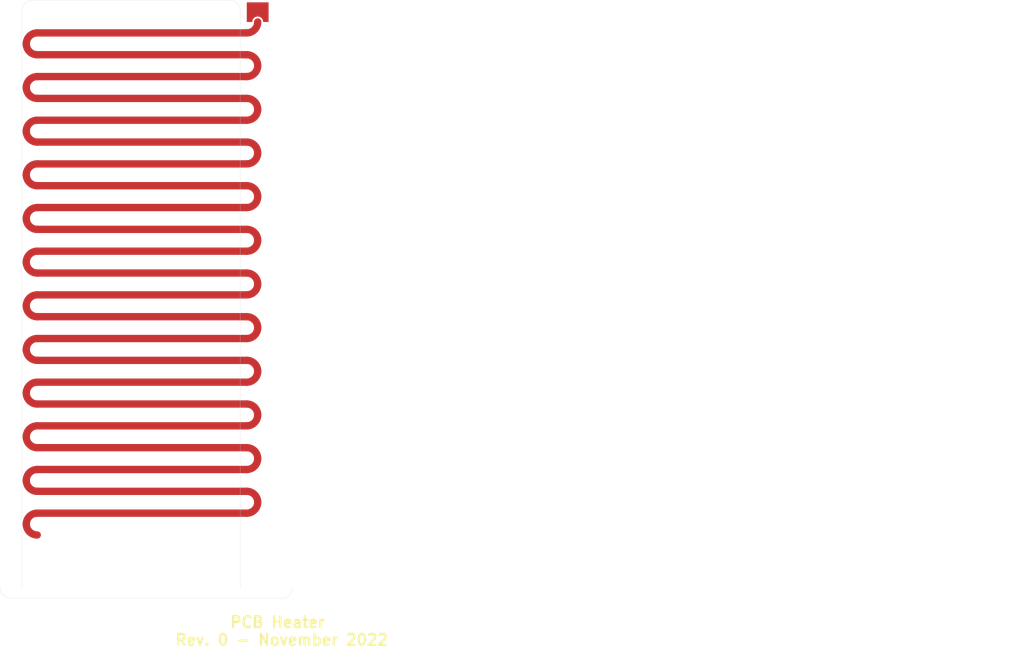
<source format=kicad_pcb>
(kicad_pcb (version 20211014) (generator pcbnew)

  (general
    (thickness 1.6)
  )

  (paper "A2")
  (layers
    (0 "F.Cu" signal)
    (31 "B.Cu" signal)
    (32 "B.Adhes" user "B.Adhesive")
    (33 "F.Adhes" user "F.Adhesive")
    (34 "B.Paste" user)
    (35 "F.Paste" user)
    (36 "B.SilkS" user "B.Silkscreen")
    (37 "F.SilkS" user "F.Silkscreen")
    (38 "B.Mask" user)
    (39 "F.Mask" user)
    (40 "Dwgs.User" user "User.Drawings")
    (41 "Cmts.User" user "User.Comments")
    (42 "Eco1.User" user "User.Eco1")
    (43 "Eco2.User" user "User.Eco2")
    (44 "Edge.Cuts" user)
    (45 "Margin" user)
    (46 "B.CrtYd" user "B.Courtyard")
    (47 "F.CrtYd" user "F.Courtyard")
    (48 "B.Fab" user)
    (49 "F.Fab" user)
    (50 "User.1" user)
    (51 "User.2" user)
    (52 "User.3" user)
    (53 "User.4" user)
    (54 "User.5" user)
    (55 "User.6" user)
    (56 "User.7" user)
    (57 "User.8" user)
    (58 "User.9" user)
  )

  (setup
    (stackup
      (layer "F.SilkS" (type "Top Silk Screen"))
      (layer "F.Paste" (type "Top Solder Paste"))
      (layer "F.Mask" (type "Top Solder Mask") (thickness 0.01))
      (layer "F.Cu" (type "copper") (thickness 0.035))
      (layer "dielectric 1" (type "core") (thickness 1.51) (material "FR4") (epsilon_r 4.5) (loss_tangent 0.02))
      (layer "B.Cu" (type "copper") (thickness 0.035))
      (layer "B.Mask" (type "Bottom Solder Mask") (thickness 0.01))
      (layer "B.Paste" (type "Bottom Solder Paste"))
      (layer "B.SilkS" (type "Bottom Silk Screen"))
      (copper_finish "None")
      (dielectric_constraints no)
    )
    (pad_to_mask_clearance 0)
    (grid_origin 111.75 67)
    (pcbplotparams
      (layerselection 0x00010fc_ffffffff)
      (disableapertmacros false)
      (usegerberextensions false)
      (usegerberattributes true)
      (usegerberadvancedattributes true)
      (creategerberjobfile true)
      (svguseinch false)
      (svgprecision 6)
      (excludeedgelayer true)
      (plotframeref false)
      (viasonmask false)
      (mode 1)
      (useauxorigin false)
      (hpglpennumber 1)
      (hpglpenspeed 20)
      (hpglpendiameter 15.000000)
      (dxfpolygonmode true)
      (dxfimperialunits true)
      (dxfusepcbnewfont true)
      (psnegative false)
      (psa4output false)
      (plotreference true)
      (plotvalue true)
      (plotinvisibletext false)
      (sketchpadsonfab false)
      (subtractmaskfromsilk false)
      (outputformat 1)
      (mirror false)
      (drillshape 0)
      (scaleselection 1)
      (outputdirectory "gerbers/")
    )
  )

  (net 0 "")

  (gr_arc (start 118.75 302) (mid 115.214466 300.535534) (end 113.75 297) (layer "F.Cu") (width 3.36) (tstamp 0253c0bd-6f13-494f-94d2-b06201d4308b))
  (gr_arc (start 219.75 67) (mid 218.285534 70.535534) (end 214.75 72) (layer "F.Cu") (width 3.36) (tstamp 055c98e7-178e-470d-9dfe-795c98e4a949))
  (gr_arc (start 118.75 82) (mid 115.214466 80.535534) (end 113.75 77) (layer "F.Cu") (width 3.36) (tstamp 0f4a51d7-99bb-4f54-9da7-cc8c90301f44))
  (gr_arc (start 118.75 282) (mid 115.214466 280.535534) (end 113.75 277) (layer "F.Cu") (width 3.36) (tstamp 12cc1a7b-32a6-497e-9f63-6b40d34851c7))
  (gr_arc (start 118.75 202) (mid 115.214466 200.535534) (end 113.75 197) (layer "F.Cu") (width 3.36) (tstamp 27e4f20e-7ff8-488a-bf6e-3f2e33a72453))
  (gr_arc (start 113.75 117) (mid 115.214466 113.464466) (end 118.75 112) (layer "F.Cu") (width 3.36) (tstamp 28fe07c6-1d64-4c63-965b-71bb6367f14f))
  (gr_arc (start 113.75 217) (mid 115.214466 213.464466) (end 118.75 212) (layer "F.Cu") (width 3.36) (tstamp 2c08e26d-9bac-4534-8a92-dc537213a7e3))
  (gr_arc (start 113.75 177) (mid 115.214466 173.464466) (end 118.75 172) (layer "F.Cu") (width 3.36) (tstamp 2eb68eae-b0d3-4284-ae12-6f6a68f85d7a))
  (gr_arc (start 113.75 157) (mid 115.214466 153.464466) (end 118.75 152) (layer "F.Cu") (width 3.36) (tstamp 3023b5ef-75d1-401d-86ea-660ca0bdf653))
  (gr_arc (start 219.75 287) (mid 218.285534 290.535534) (end 214.75 292) (layer "F.Cu") (width 3.36) (tstamp 30db3062-26e2-4ced-80d0-92e4e649c411))
  (gr_arc (start 214.75 182) (mid 218.285534 183.464466) (end 219.75 187) (layer "F.Cu") (width 3.36) (tstamp 3536d499-857f-4e18-a25c-a9c639f6fae8))
  (gr_arc (start 219.75 107) (mid 218.285534 110.535534) (end 214.75 112) (layer "F.Cu") (width 3.36) (tstamp 3c3f515a-7189-4349-a1d6-cf18560ef583))
  (gr_arc (start 214.75 242) (mid 218.285534 243.464466) (end 219.75 247) (layer "F.Cu") (width 3.36) (tstamp 464af7b7-1672-4ccf-ad30-f82339291a04))
  (gr_arc (start 113.75 197) (mid 115.214466 193.464466) (end 118.75 192) (layer "F.Cu") (width 3.36) (tstamp 47e9be25-51c4-49a5-ac91-40567bde1160))
  (gr_arc (start 113.75 237) (mid 115.214466 233.464466) (end 118.75 232) (layer "F.Cu") (width 3.36) (tstamp 4e335522-08f8-4b87-b5c9-206cadb89465))
  (gr_arc (start 113.75 257) (mid 115.214466 253.464466) (end 118.75 252) (layer "F.Cu") (width 3.36) (tstamp 54da626e-b436-4c4c-8424-270c64c21c73))
  (gr_arc (start 118.75 142) (mid 115.214466 140.535534) (end 113.75 137) (layer "F.Cu") (width 3.36) (tstamp 566f9562-f49a-4f68-be1e-306beefea70b))
  (gr_arc (start 118.75 262) (mid 115.214466 260.535534) (end 113.75 257) (layer "F.Cu") (width 3.36) (tstamp 60906a6a-bb04-41a4-aa4e-cb05ddeba8e3))
  (gr_arc (start 214.75 122) (mid 218.285534 123.464466) (end 219.75 127) (layer "F.Cu") (width 3.36) (tstamp 63c28e54-1bb4-4d16-9825-bbae082e55f0))
  (gr_arc (start 214.75 282) (mid 218.285534 283.464466) (end 219.75 287) (layer "F.Cu") (width 3.36) (tstamp 6c0784f0-30b9-48dd-8be6-57790d605130))
  (gr_arc (start 118.75 162) (mid 115.214466 160.535534) (end 113.75 157) (layer "F.Cu") (width 3.36) (tstamp 7325ac97-f1df-4796-ab52-fe30870bafc9))
  (gr_arc (start 219.75 207) (mid 218.285534 210.535534) (end 214.75 212) (layer "F.Cu") (width 3.36) (tstamp 7698b620-9e4c-45e9-a658-49aa0d27c179))
  (gr_arc (start 118.75 222) (mid 115.214466 220.535534) (end 113.75 217) (layer "F.Cu") (width 3.36) (tstamp 7f88231d-238b-479f-b912-3a94f255f0ce))
  (gr_arc (start 214.75 222) (mid 218.285534 223.464466) (end 219.75 227) (layer "F.Cu") (width 3.36) (tstamp 89c84ecc-07f6-4daa-93a2-bfe863ed676e))
  (gr_arc (start 219.75 187) (mid 218.285534 190.535534) (end 214.75 192) (layer "F.Cu") (width 3.36) (tstamp 8a49141c-c098-4206-89af-50d89b98e95d))
  (gr_arc (start 118.75 122) (mid 115.214466 120.535534) (end 113.75 117) (layer "F.Cu") (width 3.36) (tstamp 8cc9d319-5594-47e0-9c3d-5bbea868dfc0))
  (gr_arc (start 219.75 267) (mid 218.285534 270.535534) (end 214.75 272) (layer "F.Cu") (width 3.36) (tstamp 8ea82000-49f3-4da6-884d-ab9ac8ebdd24))
  (gr_arc (start 214.75 162) (mid 218.285534 163.464466) (end 219.75 167) (layer "F.Cu") (width 3.36) (tstamp 8ee98b03-6e45-46a2-920f-c9ae6c26be55))
  (gr_arc (start 219.75 247) (mid 218.285534 250.535534) (end 214.75 252) (layer "F.Cu") (width 3.36) (tstamp 96ca8fb0-2320-446e-96eb-41e00abf3588))
  (gr_arc (start 113.75 277) (mid 115.214466 273.464466) (end 118.75 272) (layer "F.Cu") (width 3.36) (tstamp 991bb818-ec80-415e-9ac1-6d8dd28dad9f))
  (gr_arc (start 113.75 297) (mid 115.214466 293.464466) (end 118.75 292) (layer "F.Cu") (width 3.36) (tstamp 9aae4d60-bef3-4d43-8e93-ac9e7653b1a0))
  (gr_arc (start 214.75 82) (mid 218.285534 83.464466) (end 219.75 87) (layer "F.Cu") (width 3.36) (tstamp a1f1ed52-cb1b-4dcc-a92c-d5d502c926a6))
  (gr_arc (start 118.75 242) (mid 115.214466 240.535534) (end 113.75 237) (layer "F.Cu") (width 3.36) (tstamp a98f8a6f-3a14-4460-9fdb-14b0489fb0d3))
  (gr_arc (start 214.75 262) (mid 218.285534 263.464466) (end 219.75 267) (layer "F.Cu") (width 3.36) (tstamp b12a1737-c49e-4626-8749-ae4376f94923))
  (gr_arc (start 219.75 87) (mid 218.285534 90.535534) (end 214.75 92) (layer "F.Cu") (width 3.36) (tstamp b4cdf8ec-37db-4b18-987d-18dda29cfd94))
  (gr_arc (start 219.75 227) (mid 218.285534 230.535534) (end 214.75 232) (layer "F.Cu") (width 3.36) (tstamp d6b0ceb4-33af-4928-afb8-22f3ee148444))
  (gr_arc (start 219.75 147) (mid 218.285534 150.535534) (end 214.75 152) (layer "F.Cu") (width 3.36) (tstamp d84aa9b1-9e6f-4488-a414-c38f8a5d0da8))
  (gr_arc (start 214.75 142) (mid 218.285534 143.464466) (end 219.75 147) (layer "F.Cu") (width 3.36) (tstamp d87e06e8-71aa-4208-835e-9a4502abf717))
  (gr_arc (start 219.75 167) (mid 218.285534 170.535534) (end 214.75 172) (layer "F.Cu") (width 3.36) (tstamp db662914-2e94-4f5c-9585-dcdd698745b3))
  (gr_arc (start 118.75 102) (mid 115.214466 100.535534) (end 113.75 97) (layer "F.Cu") (width 3.36) (tstamp dc477f1a-f7b5-4477-864b-6f37d2118e3a))
  (gr_arc (start 113.75 97) (mid 115.214466 93.464466) (end 118.75 92) (layer "F.Cu") (width 3.36) (tstamp df6b221d-564c-4dbf-bbb2-f41d60ef44ff))
  (gr_arc (start 214.75 202) (mid 218.285534 203.464466) (end 219.75 207) (layer "F.Cu") (width 3.36) (tstamp e1ee43d0-97d0-4c17-8068-ad7b2da2af0c))
  (gr_arc (start 113.75 77) (mid 115.214466 73.464466) (end 118.75 72) (layer "F.Cu") (width 3.36) (tstamp ebd277c9-5a4e-47ea-b047-3b73ceaacb41))
  (gr_arc (start 118.75 182) (mid 115.214466 180.535534) (end 113.75 177) (layer "F.Cu") (width 3.36) (tstamp ee48128c-b7f8-4514-9880-b51a201f6caf))
  (gr_arc (start 219.75 127) (mid 218.285534 130.535534) (end 214.75 132) (layer "F.Cu") (width 3.36) (tstamp ef754a1a-74c2-4528-985a-41a5e8d64f2c))
  (gr_arc (start 214.75 102) (mid 218.285534 103.464466) (end 219.75 107) (layer "F.Cu") (width 3.36) (tstamp f0551835-f7a5-413a-b380-182e8e379c4d))
  (gr_arc (start 113.75 137) (mid 115.214466 133.464466) (end 118.75 132) (layer "F.Cu") (width 3.36) (tstamp f9423327-8224-4ffb-82f8-87802acf6581))
  (gr_rect (start 214.75 57) (end 224.75 67) (layer "Dwgs.User") (width 0.15) (fill none) (tstamp a752ee39-7a5f-47ba-a6f1-926d51dab6ee))
  (gr_arc (start 106.75 331) (mid 103.214466 329.535534) (end 101.75 326) (layer "Edge.Cuts") (width 0.1) (tstamp 1d83fbd1-8014-4a54-a208-247d0d22096e))
  (gr_arc (start 111.75 62) (mid 113.214466 58.464466) (end 116.75 57) (layer "Edge.Cuts") (width 0.1) (tstamp 3322c65c-1ecd-4ed0-91f7-a9490b5efa61))
  (gr_line (start 230.75 331) (end 106.75 331) (layer "Edge.Cuts") (width 0.1) (tstamp 3b9754d1-5dd5-451c-966c-2b3aad95e104))
  (gr_line (start 211.75 62) (end 211.75 326) (layer "Edge.Cuts") (width 0.1) (tstamp 466e9773-49c7-4cd2-8266-0a128261a0c4))
  (gr_line (start 116.75 57) (end 206.75 57) (layer "Edge.Cuts") (width 0.1) (tstamp 53828653-2b28-4174-a170-55e2d6b6e8c7))
  (gr_line (start 111.75 326) (end 111.75 62) (layer "Edge.Cuts") (width 0.1) (tstamp 5cebeb3b-2354-4f44-8f11-ef955743a789))
  (gr_arc (start 235.75 326) (mid 234.285534 329.535534) (end 230.75 331) (layer "Edge.Cuts") (width 0.1) (tstamp a3a65c3b-ee02-4dcf-8150-763f8ea52520))
  (gr_arc (start 206.75 57) (mid 210.285534 58.464466) (end 211.75 62) (layer "Edge.Cuts") (width 0.1) (tstamp bb0cff4d-c94c-4651-8fe1-bb7dec07eec3))
  (gr_text "PCB Heater \nRev. 0 - November 2022" (at 230.75 346) (layer "F.SilkS") (tstamp fd54d7c0-79dd-4ba6-805c-e8b1f152023e)
    (effects (font (size 5 5) (thickness 1)))
  )
  (gr_text "LENGTH:\nstraight lines length * 46 +\narcs length * 23 =\n96 mm * 46 + 14.13 mm * 23 =\n4416 mm + 324 mm =\n4.7 meters" (at 505.75 325) (layer "Cmts.User") (tstamp c5586cbe-e7ef-4543-9828-fa2886c84731)
    (effects (font (size 5 5) (thickness 0.05)))
  )

  (segment (start 118.75 262) (end 214.75 262) (width 3.36) (layer "F.Cu") (net 0) (tstamp 12e4ec10-82cc-4bb3-9e33-67ab225eaac1))
  (segment (start 118.75 102) (end 214.75 102) (width 3.36) (layer "F.Cu") (net 0) (tstamp 13609b42-b8b6-4e4b-8d8f-0345b5edff5b))
  (segment (start 118.75 282) (end 214.75 282) (width 3.36) (layer "F.Cu") (net 0) (tstamp 35126d41-830c-4d5d-a1ff-e112a65bb82b))
  (segment (start 118.75 152) (end 214.75 152) (width 3.36) (layer "F.Cu") (net 0) (tstamp 3b9badb8-6190-4568-b917-13300ef7ad75))
  (segment (start 118.75 242) (end 214.75 242) (width 3.36) (layer "F.Cu") (net 0) (tstamp 4d64ab94-3d69-4dc3-b3ba-3ec229b5d709))
  (segment (start 118.75 82) (end 214.75 82) (width 3.36) (layer "F.Cu") (net 0) (tstamp 583c3cba-f56a-42e1-9c63-caf519c1f4db))
  (segment (start 118.75 232) (end 214.75 232) (width 3.36) (layer "F.Cu") (net 0) (tstamp 72528b89-f7f9-4b60-a302-6576fbcd31e5))
  (segment (start 118.75 92) (end 214.75 92) (width 3.36) (layer "F.Cu") (net 0) (tstamp 80ec1001-90d4-45ab-aba4-8f7d38c867af))
  (segment (start 118.75 222) (end 214.75 222) (width 3.36) (layer "F.Cu") (net 0) (tstamp 9264c7d1-6c69-47bf-977c-3425b1d63c36))
  (segment (start 118.75 252) (end 214.75 252) (width 3.36) (layer "F.Cu") (net 0) (tstamp 99e657a8-05cd-4665-87ec-22365590ab04))
  (segment (start 118.75 192) (end 214.75 192) (width 3.36) (layer "F.Cu") (net 0) (tstamp 9d6addc3-7f8e-45b0-8ebb-a784c0839552))
  (segment (start 118.75 122) (end 214.75 122) (width 3.36) (layer "F.Cu") (net 0) (tstamp a41e08a6-950f-4055-ab81-23f519dea930))
  (segment (start 118.75 202) (end 214.75 202) (width 3.36) (layer "F.Cu") (net 0) (tstamp a4a77f1d-7077-4053-b9c6-368103cbbb21))
  (segment (start 118.75 292) (end 214.75 292) (width 3.36) (layer "F.Cu") (net 0) (tstamp b19aab94-0195-4a66-aee3-e6a37b629021))
  (segment (start 118.75 212) (end 214.75 212) (width 3.36) (layer "F.Cu") (net 0) (tstamp b63b18cf-9ddb-4d32-abb4-6a0e31e6fbc7))
  (segment (start 118.75 142) (end 214.75 142) (width 3.36) (layer "F.Cu") (net 0) (tstamp bd41dfcf-fa59-43eb-a6b7-137e1324e450))
  (segment (start 118.75 162) (end 214.75 162) (width 3.36) (layer "F.Cu") (net 0) (tstamp be036358-2848-42a6-a198-4aa9e798ee62))
  (segment (start 118.75 172) (end 214.75 172) (width 3.36) (layer "F.Cu") (net 0) (tstamp e12526d6-ca72-43f1-93c8-ab094dd16f5b))
  (segment (start 118.75 112) (end 214.75 112) (width 3.36) (layer "F.Cu") (net 0) (tstamp e8f0fdb0-9d1d-46d0-8b34-c948b8f6b8d3))
  (segment (start 214.75 72) (end 118.75 72) (width 3.36) (layer "F.Cu") (net 0) (tstamp ed1126a6-4820-43a4-a4a7-42e289f78ecd))
  (segment (start 118.75 132) (end 214.75 132) (width 3.36) (layer "F.Cu") (net 0) (tstamp f2c48d5a-30a1-44d4-b056-c58c1ffe343f))
  (segment (start 118.75 182) (end 214.75 182) (width 3.36) (layer "F.Cu") (net 0) (tstamp f5946c53-26da-4896-af94-d8dac8562b30))
  (segment (start 118.75 272) (end 214.75 272) (width 3.36) (layer "F.Cu") (net 0) (tstamp fb8cae53-26de-4184-a474-32cfc7323bd6))

  (zone (net 0) (net_name "") (layer "F.Cu") (tstamp b59b0e1d-e8cb-461e-a9e1-d5605e91e1c5) (hatch edge 0.508)
    (connect_pads (clearance 0.508))
    (min_thickness 0.254) (filled_areas_thickness no)
    (fill yes (thermal_gap 0.508) (thermal_bridge_width 0.508))
    (polygon
      (pts
        (xy 214.75 58)
        (xy 224.75 58)
        (xy 224.75 67)
        (xy 214.75 67)
      )
    )
    (filled_polygon
      (layer "F.Cu")
      (island)
      (pts
        (xy 224.692121 58.020002)
        (xy 224.738614 58.073658)
        (xy 224.75 58.126)
        (xy 224.75 66.874)
        (xy 224.729998 66.942121)
        (xy 224.676342 66.988614)
        (xy 224.624 67)
        (xy 222.381782 67)
        (xy 222.313661 66.979998)
        (xy 222.267168 66.926342)
        (xy 222.256031 66.881912)
        (xy 222.24389 66.688942)
        (xy 222.243641 66.68498)
        (xy 222.184495 66.374928)
        (xy 222.086956 66.074734)
        (xy 222.085267 66.071144)
        (xy 221.95425 65.792717)
        (xy 221.954246 65.79271)
        (xy 221.952562 65.789131)
        (xy 221.783432 65.522625)
        (xy 221.582233 65.279418)
        (xy 221.35214 65.063346)
        (xy 221.096779 64.877816)
        (xy 220.820179 64.725753)
        (xy 220.81651 64.7243)
        (xy 220.816505 64.724298)
        (xy 220.530372 64.61101)
        (xy 220.530371 64.61101)
        (xy 220.526702 64.609557)
        (xy 220.220975 64.53106)
        (xy 219.907821 64.4915)
        (xy 219.592179 64.4915)
        (xy 219.279025 64.53106)
        (xy 218.973298 64.609557)
        (xy 218.969629 64.61101)
        (xy 218.969628 64.61101)
        (xy 218.683495 64.724298)
        (xy 218.68349 64.7243)
        (xy 218.679821 64.725753)
        (xy 218.403221 64.877816)
        (xy 218.14786 65.063346)
        (xy 217.917767 65.279418)
        (xy 217.716568 65.522625)
        (xy 217.547438 65.789131)
        (xy 217.545754 65.79271)
        (xy 217.54575 65.792717)
        (xy 217.414733 66.071144)
        (xy 217.413044 66.074734)
        (xy 217.315505 66.374928)
        (xy 217.256359 66.68498)
        (xy 217.25611 66.688942)
        (xy 217.243969 66.881912)
        (xy 217.219729 66.948642)
        (xy 217.16326 66.991674)
        (xy 217.118218 67)
        (xy 214.876 67)
        (xy 214.807879 66.979998)
        (xy 214.761386 66.926342)
        (xy 214.75 66.874)
        (xy 214.75 58.126)
        (xy 214.770002 58.057879)
        (xy 214.823658 58.011386)
        (xy 214.876 58)
        (xy 224.624 58)
      )
    )
  )
  (zone (net 0) (net_name "") (layer "F.Mask") (tstamp e6c2ffca-ce06-4df0-8345-b5dff93b3a9c) (hatch edge 0.508)
    (connect_pads (clearance 0.508))
    (min_thickness 0.254) (filled_areas_thickness no)
    (fill yes (thermal_gap 0.508) (thermal_bridge_width 0.508))
    (polygon
      (pts
        (xy 224.75 67)
        (xy 214.75 67)
        (xy 214.75 58)
        (xy 224.75 58)
      )
    )
    (filled_polygon
      (layer "F.Mask")
      (island)
      (pts
        (xy 224.692121 58.020002)
        (xy 224.738614 58.073658)
        (xy 224.75 58.126)
        (xy 224.75 66.874)
        (xy 224.729998 66.942121)
        (xy 224.676342 66.988614)
        (xy 224.624 67)
        (xy 214.876 67)
        (xy 214.807879 66.979998)
        (xy 214.761386 66.926342)
        (xy 214.75 66.874)
        (xy 214.75 58.126)
        (xy 214.770002 58.057879)
        (xy 214.823658 58.011386)
        (xy 214.876 58)
        (xy 224.624 58)
      )
    )
  )
)

</source>
